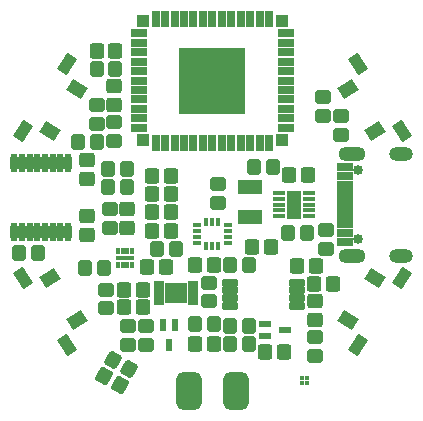
<source format=gbr>
%TF.GenerationSoftware,Altium Limited,Altium Designer,22.4.2 (48)*%
G04 Layer_Color=8388736*
%FSLAX26Y26*%
%MOIN*%
%TF.SameCoordinates,EEB37D52-3F05-4F2D-94FA-AFEEE7D9EDB4*%
%TF.FilePolarity,Negative*%
%TF.FileFunction,Soldermask,Top*%
%TF.Part,Single*%
G01*
G75*
%TA.AperFunction,SMDPad,CuDef*%
%ADD63R,0.039496X0.039496*%
%ADD64R,0.220598X0.220598*%
%TA.AperFunction,ConnectorPad*%
%ADD65R,0.055244X0.025716*%
%ADD66R,0.025716X0.055244*%
%TA.AperFunction,SMDPad,CuDef*%
G04:AMPARAMS|DCode=67|XSize=51.307mil|YSize=47.37mil|CornerRadius=6.953mil|HoleSize=0mil|Usage=FLASHONLY|Rotation=180.000|XOffset=0mil|YOffset=0mil|HoleType=Round|Shape=RoundedRectangle|*
%AMROUNDEDRECTD67*
21,1,0.051307,0.033465,0,0,180.0*
21,1,0.037401,0.047370,0,0,180.0*
1,1,0.013906,-0.018701,0.016732*
1,1,0.013906,0.018701,0.016732*
1,1,0.013906,0.018701,-0.016732*
1,1,0.013906,-0.018701,-0.016732*
%
%ADD67ROUNDEDRECTD67*%
%ADD68R,0.039496X0.017843*%
%ADD69R,0.049339X0.092646*%
%ADD70R,0.059181X0.015874*%
%ADD71R,0.015874X0.023748*%
G04:AMPARAMS|DCode=72|XSize=23.748mil|YSize=55.244mil|CornerRadius=5.968mil|HoleSize=0mil|Usage=FLASHONLY|Rotation=90.000|XOffset=0mil|YOffset=0mil|HoleType=Round|Shape=RoundedRectangle|*
%AMROUNDEDRECTD72*
21,1,0.023748,0.043307,0,0,90.0*
21,1,0.011811,0.055244,0,0,90.0*
1,1,0.011937,0.021654,0.005906*
1,1,0.011937,0.021654,-0.005906*
1,1,0.011937,-0.021654,-0.005906*
1,1,0.011937,-0.021654,0.005906*
%
%ADD72ROUNDEDRECTD72*%
G04:AMPARAMS|DCode=73|XSize=51.307mil|YSize=47.37mil|CornerRadius=6.953mil|HoleSize=0mil|Usage=FLASHONLY|Rotation=90.000|XOffset=0mil|YOffset=0mil|HoleType=Round|Shape=RoundedRectangle|*
%AMROUNDEDRECTD73*
21,1,0.051307,0.033465,0,0,90.0*
21,1,0.037401,0.047370,0,0,90.0*
1,1,0.013906,0.016732,0.018701*
1,1,0.013906,0.016732,-0.018701*
1,1,0.013906,-0.016732,-0.018701*
1,1,0.013906,-0.016732,0.018701*
%
%ADD73ROUNDEDRECTD73*%
%ADD74O,0.025716X0.063118*%
G04:AMPARAMS|DCode=75|XSize=86.74mil|YSize=126.11mil|CornerRadius=23.685mil|HoleSize=0mil|Usage=FLASHONLY|Rotation=0.000|XOffset=0mil|YOffset=0mil|HoleType=Round|Shape=RoundedRectangle|*
%AMROUNDEDRECTD75*
21,1,0.086740,0.078740,0,0,0.0*
21,1,0.039370,0.126110,0,0,0.0*
1,1,0.047370,0.019685,-0.039370*
1,1,0.047370,-0.019685,-0.039370*
1,1,0.047370,-0.019685,0.039370*
1,1,0.047370,0.019685,0.039370*
%
%ADD75ROUNDEDRECTD75*%
G04:AMPARAMS|DCode=76|XSize=51.307mil|YSize=47.37mil|CornerRadius=7.937mil|HoleSize=0mil|Usage=FLASHONLY|Rotation=90.000|XOffset=0mil|YOffset=0mil|HoleType=Round|Shape=RoundedRectangle|*
%AMROUNDEDRECTD76*
21,1,0.051307,0.031496,0,0,90.0*
21,1,0.035433,0.047370,0,0,90.0*
1,1,0.015874,0.015748,0.017717*
1,1,0.015874,0.015748,-0.017717*
1,1,0.015874,-0.015748,-0.017717*
1,1,0.015874,-0.015748,0.017717*
%
%ADD76ROUNDEDRECTD76*%
%TA.AperFunction,ConnectorPad*%
%ADD77R,0.053276X0.019811*%
%ADD78R,0.053276X0.031622*%
%TA.AperFunction,SMDPad,CuDef*%
G04:AMPARAMS|DCode=79|XSize=39.496mil|YSize=65.087mil|CornerRadius=0mil|HoleSize=0mil|Usage=FLASHONLY|Rotation=213.000|XOffset=0mil|YOffset=0mil|HoleType=Round|Shape=Rectangle|*
%AMROTATEDRECTD79*
4,1,4,-0.001162,0.038049,0.034286,-0.016538,0.001162,-0.038049,-0.034286,0.016538,-0.001162,0.038049,0.0*
%
%ADD79ROTATEDRECTD79*%

G04:AMPARAMS|DCode=80|XSize=43.433mil|YSize=58mil|CornerRadius=0mil|HoleSize=0mil|Usage=FLASHONLY|Rotation=123.000|XOffset=0mil|YOffset=0mil|HoleType=Round|Shape=Rectangle|*
%AMROTATEDRECTD80*
4,1,4,0.036149,-0.002418,-0.012494,-0.034008,-0.036149,0.002418,0.012494,0.034008,0.036149,-0.002418,0.0*
%
%ADD80ROTATEDRECTD80*%

%ADD81R,0.078866X0.047370*%
G04:AMPARAMS|DCode=82|XSize=51.307mil|YSize=47.37mil|CornerRadius=7.937mil|HoleSize=0mil|Usage=FLASHONLY|Rotation=180.000|XOffset=0mil|YOffset=0mil|HoleType=Round|Shape=RoundedRectangle|*
%AMROUNDEDRECTD82*
21,1,0.051307,0.031496,0,0,180.0*
21,1,0.035433,0.047370,0,0,180.0*
1,1,0.015874,-0.017717,0.015748*
1,1,0.015874,0.017717,0.015748*
1,1,0.015874,0.017717,-0.015748*
1,1,0.015874,-0.017717,-0.015748*
%
%ADD82ROUNDEDRECTD82*%
%ADD83R,0.031622X0.017843*%
%ADD84R,0.017843X0.031622*%
%ADD85R,0.076898X0.065087*%
%ADD86R,0.037528X0.019811*%
%ADD87R,0.039496X0.023748*%
%ADD88R,0.023748X0.039496*%
G04:AMPARAMS|DCode=89|XSize=43.433mil|YSize=58mil|CornerRadius=0mil|HoleSize=0mil|Usage=FLASHONLY|Rotation=57.000|XOffset=0mil|YOffset=0mil|HoleType=Round|Shape=Rectangle|*
%AMROTATEDRECTD89*
4,1,4,0.012494,-0.034008,-0.036149,-0.002418,-0.012494,0.034008,0.036149,0.002418,0.012494,-0.034008,0.0*
%
%ADD89ROTATEDRECTD89*%

G04:AMPARAMS|DCode=90|XSize=39.496mil|YSize=65.087mil|CornerRadius=0mil|HoleSize=0mil|Usage=FLASHONLY|Rotation=147.000|XOffset=0mil|YOffset=0mil|HoleType=Round|Shape=Rectangle|*
%AMROTATEDRECTD90*
4,1,4,0.034286,0.016538,-0.001162,-0.038049,-0.034286,-0.016538,0.001162,0.038049,0.034286,0.016538,0.0*
%
%ADD90ROTATEDRECTD90*%

%ADD91C,0.014693*%
%TA.AperFunction,ConnectorPad*%
G04:AMPARAMS|DCode=92|XSize=39.496mil|YSize=65.087mil|CornerRadius=0mil|HoleSize=0mil|Usage=FLASHONLY|Rotation=33.000|XOffset=0mil|YOffset=0mil|HoleType=Round|Shape=Rectangle|*
%AMROTATEDRECTD92*
4,1,4,0.001162,-0.038049,-0.034286,0.016538,-0.001162,0.038049,0.034286,-0.016538,0.001162,-0.038049,0.0*
%
%ADD92ROTATEDRECTD92*%

G04:AMPARAMS|DCode=93|XSize=43.433mil|YSize=58mil|CornerRadius=0mil|HoleSize=0mil|Usage=FLASHONLY|Rotation=303.000|XOffset=0mil|YOffset=0mil|HoleType=Round|Shape=Rectangle|*
%AMROTATEDRECTD93*
4,1,4,-0.036149,0.002418,0.012494,0.034008,0.036149,-0.002418,-0.012494,-0.034008,-0.036149,0.002418,0.0*
%
%ADD93ROTATEDRECTD93*%

%TA.AperFunction,SMDPad,CuDef*%
G04:AMPARAMS|DCode=94|XSize=51.307mil|YSize=47.37mil|CornerRadius=6.953mil|HoleSize=0mil|Usage=FLASHONLY|Rotation=60.000|XOffset=0mil|YOffset=0mil|HoleType=Round|Shape=RoundedRectangle|*
%AMROUNDEDRECTD94*
21,1,0.051307,0.033465,0,0,60.0*
21,1,0.037401,0.047370,0,0,60.0*
1,1,0.013906,0.023841,0.007829*
1,1,0.013906,0.005140,-0.024561*
1,1,0.013906,-0.023841,-0.007829*
1,1,0.013906,-0.005140,0.024561*
%
%ADD94ROUNDEDRECTD94*%
G04:AMPARAMS|DCode=95|XSize=51.307mil|YSize=47.37mil|CornerRadius=7.937mil|HoleSize=0mil|Usage=FLASHONLY|Rotation=60.000|XOffset=0mil|YOffset=0mil|HoleType=Round|Shape=RoundedRectangle|*
%AMROUNDEDRECTD95*
21,1,0.051307,0.031496,0,0,60.0*
21,1,0.035433,0.047370,0,0,60.0*
1,1,0.015874,0.022497,0.007469*
1,1,0.015874,0.004780,-0.023217*
1,1,0.015874,-0.022497,-0.007469*
1,1,0.015874,-0.004780,0.023217*
%
%ADD95ROUNDEDRECTD95*%
%TA.AperFunction,ConnectorPad*%
G04:AMPARAMS|DCode=96|XSize=43.433mil|YSize=58mil|CornerRadius=0mil|HoleSize=0mil|Usage=FLASHONLY|Rotation=237.000|XOffset=0mil|YOffset=0mil|HoleType=Round|Shape=Rectangle|*
%AMROTATEDRECTD96*
4,1,4,-0.012494,0.034008,0.036149,0.002418,0.012494,-0.034008,-0.036149,-0.002418,-0.012494,0.034008,0.0*
%
%ADD96ROTATEDRECTD96*%

G04:AMPARAMS|DCode=97|XSize=39.496mil|YSize=65.087mil|CornerRadius=0mil|HoleSize=0mil|Usage=FLASHONLY|Rotation=327.000|XOffset=0mil|YOffset=0mil|HoleType=Round|Shape=Rectangle|*
%AMROTATEDRECTD97*
4,1,4,-0.034286,-0.016538,0.001162,0.038049,0.034286,0.016538,-0.001162,-0.038049,-0.034286,-0.016538,0.0*
%
%ADD97ROTATEDRECTD97*%

%TA.AperFunction,ComponentPad*%
%ADD98C,0.033591*%
%ADD99O,0.090677X0.049339*%
%ADD100O,0.078866X0.047370*%
D63*
X232284Y610236D02*
D03*
X-232284Y216535D02*
D03*
Y610236D02*
D03*
X232284Y216535D02*
D03*
D64*
X0Y413386D02*
D03*
D65*
X-246063Y570866D02*
D03*
Y539370D02*
D03*
Y507874D02*
D03*
Y476378D02*
D03*
Y444882D02*
D03*
Y413386D02*
D03*
Y381890D02*
D03*
Y350394D02*
D03*
Y318898D02*
D03*
Y287401D02*
D03*
Y255905D02*
D03*
X246063Y570866D02*
D03*
Y539370D02*
D03*
Y507874D02*
D03*
Y476378D02*
D03*
Y444882D02*
D03*
Y413386D02*
D03*
Y381890D02*
D03*
Y350394D02*
D03*
Y318898D02*
D03*
Y287401D02*
D03*
Y255905D02*
D03*
D66*
X-188976Y620079D02*
D03*
X-157480D02*
D03*
X-125984D02*
D03*
X-94488D02*
D03*
X-62992D02*
D03*
X-31496D02*
D03*
X0D02*
D03*
X31496D02*
D03*
X62992D02*
D03*
X94488D02*
D03*
X125984D02*
D03*
X157480D02*
D03*
X188976D02*
D03*
Y206693D02*
D03*
X157480D02*
D03*
X125984D02*
D03*
X94488D02*
D03*
X62992D02*
D03*
X31496D02*
D03*
X0D02*
D03*
X-31496D02*
D03*
X-62992D02*
D03*
X-94488D02*
D03*
X-125984D02*
D03*
X-157480D02*
D03*
X-188976D02*
D03*
D67*
X-9944Y-323001D02*
D03*
Y-260009D02*
D03*
X-279528Y-466535D02*
D03*
Y-403543D02*
D03*
X378000Y-84504D02*
D03*
Y-147496D02*
D03*
X19685Y3937D02*
D03*
Y66929D02*
D03*
X370079Y358268D02*
D03*
Y295276D02*
D03*
X429134Y232284D02*
D03*
Y295276D02*
D03*
X-326772Y275591D02*
D03*
Y212598D02*
D03*
X-385827Y330709D02*
D03*
Y267716D02*
D03*
X-342520Y-78740D02*
D03*
Y-15748D02*
D03*
X-354331Y-283465D02*
D03*
Y-346457D02*
D03*
X-220472Y-403543D02*
D03*
Y-466535D02*
D03*
X342520Y-503937D02*
D03*
Y-440945D02*
D03*
D68*
X222638Y39370D02*
D03*
Y19685D02*
D03*
Y0D02*
D03*
Y-19685D02*
D03*
Y-39370D02*
D03*
X320669Y39370D02*
D03*
Y19685D02*
D03*
Y0D02*
D03*
Y-19685D02*
D03*
Y-39370D02*
D03*
D69*
X271654Y0D02*
D03*
D70*
X-291339Y-177165D02*
D03*
D71*
X-267717Y-154134D02*
D03*
X-283465D02*
D03*
X-299213D02*
D03*
X-314961D02*
D03*
X-267717Y-200197D02*
D03*
X-283465D02*
D03*
X-299213D02*
D03*
X-314961D02*
D03*
D72*
X283464Y-337599D02*
D03*
Y-312008D02*
D03*
Y-286417D02*
D03*
Y-260827D02*
D03*
X59055Y-337599D02*
D03*
Y-312008D02*
D03*
Y-286417D02*
D03*
Y-260827D02*
D03*
D73*
X-580551Y-161417D02*
D03*
X-643543D02*
D03*
X59055Y-200787D02*
D03*
X122047D02*
D03*
X251969Y-94488D02*
D03*
X314961D02*
D03*
X200787Y125984D02*
D03*
X137795D02*
D03*
X-322835Y452756D02*
D03*
X-385827D02*
D03*
X-283465Y118110D02*
D03*
X-346457D02*
D03*
X-448819Y208661D02*
D03*
X-385827D02*
D03*
X-283465Y59055D02*
D03*
X-346457D02*
D03*
X-185039Y-149606D02*
D03*
X-122047D02*
D03*
X-425197Y-212598D02*
D03*
X-362205D02*
D03*
X122047Y-405512D02*
D03*
X59055D02*
D03*
X-59055Y-397638D02*
D03*
X3937D02*
D03*
X59055Y-464567D02*
D03*
X122047D02*
D03*
D74*
X-660433Y-92520D02*
D03*
X-634842D02*
D03*
X-609252D02*
D03*
X-583661D02*
D03*
X-558071D02*
D03*
X-532480D02*
D03*
X-506890D02*
D03*
X-481299D02*
D03*
X-660433Y139764D02*
D03*
X-634842D02*
D03*
X-609252D02*
D03*
X-583661D02*
D03*
X-558071D02*
D03*
X-532480D02*
D03*
X-506890D02*
D03*
X-481299D02*
D03*
D75*
X-78740Y-622047D02*
D03*
X78740D02*
D03*
D76*
X3937Y-200787D02*
D03*
X-59055D02*
D03*
X196850Y-141732D02*
D03*
X133858D02*
D03*
X318898Y98425D02*
D03*
X255906D02*
D03*
X-322835Y511811D02*
D03*
X-385827D02*
D03*
X-200787Y35433D02*
D03*
X-137795D02*
D03*
Y-23622D02*
D03*
X-200787D02*
D03*
Y-86614D02*
D03*
X-137795D02*
D03*
Y94488D02*
D03*
X-200787D02*
D03*
X-153543Y-208661D02*
D03*
X-216536D02*
D03*
X-232283Y-283465D02*
D03*
X-295276D02*
D03*
Y-342520D02*
D03*
X-232283D02*
D03*
X-59055Y-464567D02*
D03*
X3937D02*
D03*
X177165Y-492126D02*
D03*
X240157D02*
D03*
X346457Y-204724D02*
D03*
X283464D02*
D03*
X340327Y-263589D02*
D03*
X403319D02*
D03*
D77*
X442717Y-49213D02*
D03*
Y-29528D02*
D03*
Y68898D02*
D03*
Y49213D02*
D03*
Y29528D02*
D03*
Y-9842D02*
D03*
Y9842D02*
D03*
Y-68898D02*
D03*
D78*
Y94488D02*
D03*
Y125984D02*
D03*
Y-94488D02*
D03*
Y-125984D02*
D03*
D79*
X485935Y466817D02*
D03*
X630671Y243942D02*
D03*
D80*
X451034Y384300D02*
D03*
X541092Y245622D02*
D03*
D81*
X125984Y-41339D02*
D03*
Y57087D02*
D03*
D82*
X-419134Y149606D02*
D03*
Y86614D02*
D03*
X-326772Y330709D02*
D03*
Y393701D02*
D03*
X-283465Y-78740D02*
D03*
Y-15748D02*
D03*
X-419134Y-39370D02*
D03*
Y-102362D02*
D03*
X341773Y-323026D02*
D03*
Y-386018D02*
D03*
D83*
X-51181Y-68898D02*
D03*
Y-88583D02*
D03*
Y-108268D02*
D03*
Y-127953D02*
D03*
X51181D02*
D03*
Y-108268D02*
D03*
Y-88583D02*
D03*
Y-68898D02*
D03*
D84*
X-19685Y-139764D02*
D03*
X0D02*
D03*
X19685D02*
D03*
Y-57087D02*
D03*
X0D02*
D03*
X-19685D02*
D03*
D85*
X-122047Y-295276D02*
D03*
D86*
X-179134Y-265748D02*
D03*
Y-285433D02*
D03*
Y-305118D02*
D03*
Y-324803D02*
D03*
X-64961Y-265748D02*
D03*
Y-285433D02*
D03*
Y-305118D02*
D03*
Y-324803D02*
D03*
D87*
X242126Y-417323D02*
D03*
X175197Y-437008D02*
D03*
Y-397638D02*
D03*
D88*
X-145669Y-468504D02*
D03*
X-165354Y-401575D02*
D03*
X-125984D02*
D03*
D89*
X451034Y-384300D02*
D03*
X541092Y-245622D02*
D03*
D90*
X485935Y-466817D02*
D03*
X630671Y-243942D02*
D03*
D91*
X314961Y-578740D02*
D03*
Y-594488D02*
D03*
X299213Y-578740D02*
D03*
Y-594488D02*
D03*
D92*
X-485935Y-466817D02*
D03*
X-630671Y-243942D02*
D03*
D93*
X-451034Y-384300D02*
D03*
X-541092Y-245622D02*
D03*
D94*
X-277273Y-548827D02*
D03*
X-331825Y-517331D02*
D03*
D95*
X-307369Y-602362D02*
D03*
X-361922Y-570866D02*
D03*
D96*
X-451034Y384300D02*
D03*
X-541092Y245622D02*
D03*
D97*
X-485935Y466817D02*
D03*
X-630671Y243942D02*
D03*
D98*
X485039Y-113779D02*
D03*
Y113779D02*
D03*
D99*
X465354Y170079D02*
D03*
Y-170079D02*
D03*
D100*
X629921Y170079D02*
D03*
Y-170079D02*
D03*
%TF.MD5,36144bf33262a5a38084c2f76dad2cd5*%
M02*

</source>
